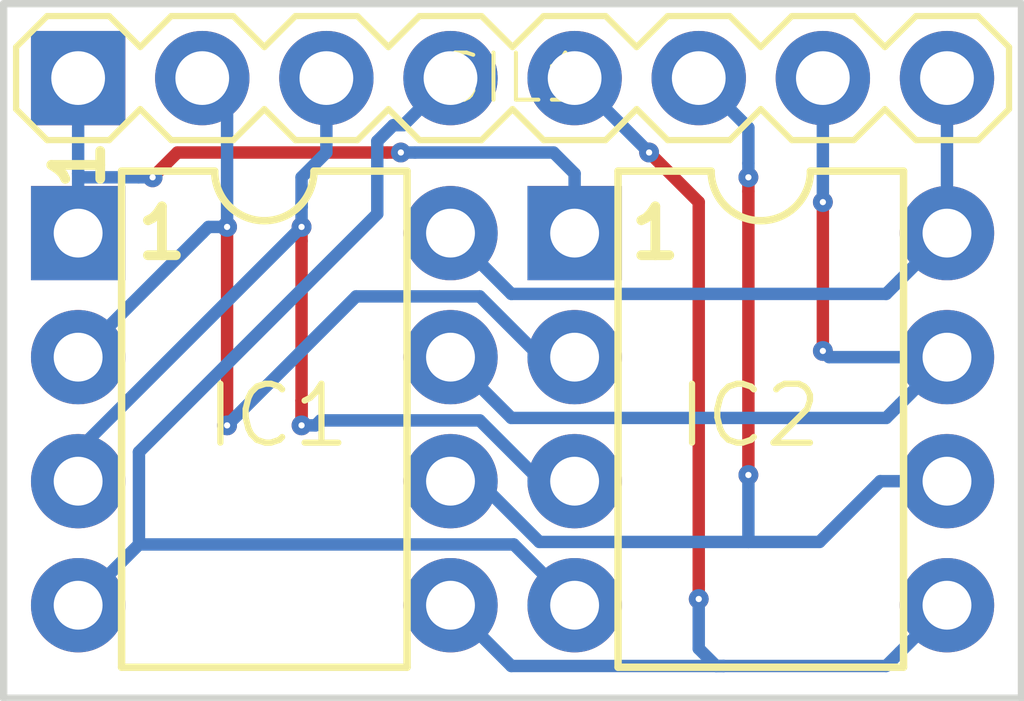
<source format=kicad_pcb>
(kicad_pcb (version 4) (host pcbnew 4.0.6-e0-6349~52~ubuntu17.04.1)

  (general
    (links 16)
    (no_connects 0)
    (area 160.960999 63.26632 181.939001 78.815001)
    (thickness 1.6)
    (drawings 4)
    (tracks 101)
    (zones 0)
    (modules 3)
    (nets 9)
  )

  (page A4)
  (layers
    (0 F.Cu signal)
    (31 B.Cu signal)
    (32 B.Adhes user)
    (33 F.Adhes user)
    (34 B.Paste user)
    (35 F.Paste user)
    (36 B.SilkS user)
    (37 F.SilkS user)
    (38 B.Mask user)
    (39 F.Mask user)
    (40 Dwgs.User user)
    (41 Cmts.User user)
    (42 Eco1.User user)
    (43 Eco2.User user)
    (44 Edge.Cuts user)
    (45 Margin user)
    (46 B.CrtYd user)
    (47 F.CrtYd user)
    (48 B.Fab user)
    (49 F.Fab user)
  )

  (setup
    (last_trace_width 0.254)
    (trace_clearance 0.1524)
    (zone_clearance 0.508)
    (zone_45_only no)
    (trace_min 0.254)
    (segment_width 0.2)
    (edge_width 0.15)
    (via_size 0.4064)
    (via_drill 0.127)
    (via_min_size 0.4064)
    (via_min_drill 0.127)
    (uvia_size 0.3)
    (uvia_drill 0.1)
    (uvias_allowed no)
    (uvia_min_size 0)
    (uvia_min_drill 0)
    (pcb_text_width 0.3)
    (pcb_text_size 1.5 1.5)
    (mod_edge_width 0.15)
    (mod_text_size 1 1)
    (mod_text_width 0.15)
    (pad_size 1.524 1.524)
    (pad_drill 0.762)
    (pad_to_mask_clearance 0.2)
    (aux_axis_origin 0 0)
    (visible_elements FFFFEF7F)
    (pcbplotparams
      (layerselection 0x00030_80000001)
      (usegerberextensions false)
      (excludeedgelayer true)
      (linewidth 0.100000)
      (plotframeref false)
      (viasonmask false)
      (mode 1)
      (useauxorigin false)
      (hpglpennumber 1)
      (hpglpenspeed 20)
      (hpglpendiameter 15)
      (hpglpenoverlay 2)
      (psnegative false)
      (psa4output false)
      (plotreference true)
      (plotvalue true)
      (plotinvisibletext false)
      (padsonsilk false)
      (subtractmaskfromsilk false)
      (outputformat 1)
      (mirror false)
      (drillshape 1)
      (scaleselection 1)
      (outputdirectory ""))
  )

  (net 0 "")
  (net 1 "Net-(IC1-Pad1)")
  (net 2 "Net-(IC1-Pad2)")
  (net 3 "Net-(IC1-Pad7)")
  (net 4 "Net-(IC1-Pad8)")
  (net 5 "Net-(IC1-Pad3)")
  (net 6 "Net-(IC1-Pad4)")
  (net 7 "Net-(IC1-Pad6)")
  (net 8 "Net-(IC1-Pad5)")

  (net_class Default "Ceci est la Netclass par défaut"
    (clearance 0.1524)
    (trace_width 0.254)
    (via_dia 0.4064)
    (via_drill 0.127)
    (uvia_dia 0.3)
    (uvia_drill 0.1)
    (add_net "Net-(IC1-Pad1)")
    (add_net "Net-(IC1-Pad2)")
    (add_net "Net-(IC1-Pad3)")
    (add_net "Net-(IC1-Pad4)")
    (add_net "Net-(IC1-Pad5)")
    (add_net "Net-(IC1-Pad6)")
    (add_net "Net-(IC1-Pad7)")
    (add_net "Net-(IC1-Pad8)")
  )

  (module headers:8-PIN (layer F.Cu) (tedit 595BD9DC) (tstamp 595BC9FF)
    (at 171.45 66.04)
    (path /595BC84F)
    (fp_text reference SIL1 (at 0 0) (layer F.SilkS)
      (effects (font (size 0.9652 0.9652) (thickness 0.08128)))
    )
    (fp_text value SIL8 (at 0 0) (layer F.SilkS) hide
      (effects (font (thickness 0.15)))
    )
    (fp_text user 1 (at -8.89 1.778 90) (layer F.SilkS)
      (effects (font (size 1 1) (thickness 0.2)))
    )
    (fp_line (start -10.16 -0.635) (end -9.525 -1.27) (layer F.SilkS) (width 0.127))
    (fp_line (start -9.525 -1.27) (end -8.255 -1.27) (layer F.SilkS) (width 0.127))
    (fp_line (start -8.255 -1.27) (end -7.62 -0.635) (layer F.SilkS) (width 0.127))
    (fp_line (start -7.62 -0.635) (end -6.985 -1.27) (layer F.SilkS) (width 0.127))
    (fp_line (start -6.985 -1.27) (end -5.715 -1.27) (layer F.SilkS) (width 0.127))
    (fp_line (start -5.715 -1.27) (end -5.08 -0.635) (layer F.SilkS) (width 0.127))
    (fp_line (start -5.08 -0.635) (end -4.445 -1.27) (layer F.SilkS) (width 0.127))
    (fp_line (start -4.445 -1.27) (end -3.175 -1.27) (layer F.SilkS) (width 0.127))
    (fp_line (start -3.175 -1.27) (end -2.54 -0.635) (layer F.SilkS) (width 0.127))
    (fp_line (start -2.54 -0.635) (end -1.905 -1.27) (layer F.SilkS) (width 0.127))
    (fp_line (start -1.905 -1.27) (end -0.635 -1.27) (layer F.SilkS) (width 0.127))
    (fp_line (start -0.635 -1.27) (end 0 -0.635) (layer F.SilkS) (width 0.127))
    (fp_line (start 0 -0.635) (end 0.635 -1.27) (layer F.SilkS) (width 0.127))
    (fp_line (start 0.635 -1.27) (end 1.905 -1.27) (layer F.SilkS) (width 0.127))
    (fp_line (start 1.905 -1.27) (end 2.54 -0.635) (layer F.SilkS) (width 0.127))
    (fp_line (start 2.54 -0.635) (end 3.175 -1.27) (layer F.SilkS) (width 0.127))
    (fp_line (start 3.175 -1.27) (end 4.445 -1.27) (layer F.SilkS) (width 0.127))
    (fp_line (start 4.445 -1.27) (end 5.08 -0.635) (layer F.SilkS) (width 0.127))
    (fp_line (start 5.08 0.635) (end 4.445 1.27) (layer F.SilkS) (width 0.127))
    (fp_line (start 4.445 1.27) (end 3.175 1.27) (layer F.SilkS) (width 0.127))
    (fp_line (start 3.175 1.27) (end 2.54 0.635) (layer F.SilkS) (width 0.127))
    (fp_line (start 2.54 0.635) (end 1.905 1.27) (layer F.SilkS) (width 0.127))
    (fp_line (start 1.905 1.27) (end 0.635 1.27) (layer F.SilkS) (width 0.127))
    (fp_line (start 0.635 1.27) (end 0 0.635) (layer F.SilkS) (width 0.127))
    (fp_line (start 0 0.635) (end -0.635 1.27) (layer F.SilkS) (width 0.127))
    (fp_line (start -0.635 1.27) (end -1.905 1.27) (layer F.SilkS) (width 0.127))
    (fp_line (start -1.905 1.27) (end -2.54 0.635) (layer F.SilkS) (width 0.127))
    (fp_line (start -2.54 0.635) (end -3.175 1.27) (layer F.SilkS) (width 0.127))
    (fp_line (start -3.175 1.27) (end -4.445 1.27) (layer F.SilkS) (width 0.127))
    (fp_line (start -4.445 1.27) (end -5.08 0.635) (layer F.SilkS) (width 0.127))
    (fp_line (start -5.08 0.635) (end -5.715 1.27) (layer F.SilkS) (width 0.127))
    (fp_line (start -5.715 1.27) (end -6.985 1.27) (layer F.SilkS) (width 0.127))
    (fp_line (start -6.985 1.27) (end -7.62 0.635) (layer F.SilkS) (width 0.127))
    (fp_line (start -7.62 0.635) (end -8.255 1.27) (layer F.SilkS) (width 0.127))
    (fp_line (start -8.255 1.27) (end -9.525 1.27) (layer F.SilkS) (width 0.127))
    (fp_line (start -9.525 1.27) (end -10.16 0.635) (layer F.SilkS) (width 0.127))
    (fp_line (start -10.16 0.635) (end -10.16 -0.635) (layer F.SilkS) (width 0.127))
    (fp_line (start 10.16 -0.635) (end 10.16 0.635) (layer F.SilkS) (width 0.127))
    (fp_line (start 9.525 -1.27) (end 10.16 -0.635) (layer F.SilkS) (width 0.127))
    (fp_line (start 10.16 0.635) (end 9.525 1.27) (layer F.SilkS) (width 0.127))
    (fp_line (start 9.525 1.27) (end 8.255 1.27) (layer F.SilkS) (width 0.127))
    (fp_line (start 8.255 1.27) (end 7.62 0.635) (layer F.SilkS) (width 0.127))
    (fp_line (start 7.62 0.635) (end 6.985 1.27) (layer F.SilkS) (width 0.127))
    (fp_line (start 6.985 1.27) (end 5.715 1.27) (layer F.SilkS) (width 0.127))
    (fp_line (start 5.715 1.27) (end 5.08 0.635) (layer F.SilkS) (width 0.127))
    (fp_line (start 5.08 -0.635) (end 5.715 -1.27) (layer F.SilkS) (width 0.127))
    (fp_line (start 7.62 -0.635) (end 8.255 -1.27) (layer F.SilkS) (width 0.127))
    (fp_line (start 6.985 -1.27) (end 7.62 -0.635) (layer F.SilkS) (width 0.127))
    (fp_line (start 5.715 -1.27) (end 6.985 -1.27) (layer F.SilkS) (width 0.127))
    (fp_line (start 8.255 -1.27) (end 9.525 -1.27) (layer F.SilkS) (width 0.127))
    (pad 1 thru_hole rect (at -8.89 0) (size 1.9304 1.9304) (drill 1.1) (layers *.Cu *.Mask)
      (net 1 "Net-(IC1-Pad1)"))
    (pad 2 thru_hole circle (at -6.35 0) (size 1.9304 1.9304) (drill 1.1) (layers *.Cu *.Mask)
      (net 2 "Net-(IC1-Pad2)"))
    (pad 3 thru_hole circle (at -3.81 0) (size 1.9304 1.9304) (drill 1.1) (layers *.Cu *.Mask)
      (net 5 "Net-(IC1-Pad3)"))
    (pad 4 thru_hole circle (at -1.27 0) (size 1.9304 1.9304) (drill 1.1) (layers *.Cu *.Mask)
      (net 6 "Net-(IC1-Pad4)"))
    (pad 5 thru_hole circle (at 1.27 0) (size 1.9304 1.9304) (drill 1.1) (layers *.Cu *.Mask)
      (net 8 "Net-(IC1-Pad5)"))
    (pad 6 thru_hole circle (at 3.81 0) (size 1.9304 1.9304) (drill 1.1) (layers *.Cu *.Mask)
      (net 7 "Net-(IC1-Pad6)"))
    (pad 7 thru_hole circle (at 6.35 0) (size 1.9304 1.9304) (drill 1.1) (layers *.Cu *.Mask)
      (net 3 "Net-(IC1-Pad7)"))
    (pad 8 thru_hole circle (at 8.89 0) (size 1.9304 1.9304) (drill 1.1) (layers *.Cu *.Mask)
      (net 4 "Net-(IC1-Pad8)"))
  )

  (module "Madbean 40xx-2:DIL08" (layer F.Cu) (tedit 595BD9B7) (tstamp 595BC9F3)
    (at 176.53 73.025 270)
    (descr "<b>Dual In Line Package</b>")
    (path /595BCB63)
    (fp_text reference IC2 (at 0.635 1.778 360) (layer F.SilkS)
      (effects (font (size 1.2065 1.2065) (thickness 0.127)) (justify left bottom))
    )
    (fp_text value TL072 (at 0 0 270) (layer F.SilkS) hide
      (effects (font (size 1.2065 1.2065) (thickness 0.127)) (justify left bottom))
    )
    (fp_text user 1 (at -3.81 2.159 360) (layer F.SilkS)
      (effects (font (size 1 1) (thickness 0.2)))
    )
    (fp_line (start 5.08 -2.921) (end -5.08 -2.921) (layer F.SilkS) (width 0.1524))
    (fp_line (start -5.08 2.921) (end 5.08 2.921) (layer F.SilkS) (width 0.1524))
    (fp_line (start 5.08 -2.921) (end 5.08 2.921) (layer F.SilkS) (width 0.1524))
    (fp_line (start -5.08 -2.921) (end -5.08 -1.016) (layer F.SilkS) (width 0.1524))
    (fp_line (start -5.08 2.921) (end -5.08 1.016) (layer F.SilkS) (width 0.1524))
    (fp_arc (start -5.08 0) (end -5.08 -1.016) (angle 180) (layer F.SilkS) (width 0.1524))
    (pad 1 thru_hole rect (at -3.81 3.81) (size 1.9304 1.9304) (drill 1) (layers *.Cu *.Mask)
      (net 1 "Net-(IC1-Pad1)"))
    (pad 2 thru_hole circle (at -1.27 3.81) (size 1.9304 1.9304) (drill 1) (layers *.Cu *.Mask)
      (net 2 "Net-(IC1-Pad2)"))
    (pad 7 thru_hole circle (at -1.27 -3.81) (size 1.9304 1.9304) (drill 1) (layers *.Cu *.Mask)
      (net 3 "Net-(IC1-Pad7)"))
    (pad 8 thru_hole circle (at -3.81 -3.81) (size 1.9304 1.9304) (drill 1) (layers *.Cu *.Mask)
      (net 4 "Net-(IC1-Pad8)"))
    (pad 3 thru_hole circle (at 1.27 3.81) (size 1.9304 1.9304) (drill 1) (layers *.Cu *.Mask)
      (net 5 "Net-(IC1-Pad3)"))
    (pad 4 thru_hole circle (at 3.81 3.81) (size 1.9304 1.9304) (drill 1) (layers *.Cu *.Mask)
      (net 6 "Net-(IC1-Pad4)"))
    (pad 6 thru_hole circle (at 1.27 -3.81) (size 1.9304 1.9304) (drill 1) (layers *.Cu *.Mask)
      (net 7 "Net-(IC1-Pad6)"))
    (pad 5 thru_hole circle (at 3.81 -3.81) (size 1.9304 1.9304) (drill 1) (layers *.Cu *.Mask)
      (net 8 "Net-(IC1-Pad5)"))
  )

  (module "Madbean 40xx-2:DIL08" (layer F.Cu) (tedit 595BD9A2) (tstamp 595BC9E7)
    (at 166.37 73.025 270)
    (descr "<b>Dual In Line Package</b>")
    (path /595BC84D)
    (fp_text reference IC1 (at 0.635 1.27 360) (layer F.SilkS)
      (effects (font (size 1.2065 1.2065) (thickness 0.127)) (justify left bottom))
    )
    (fp_text value TL072 (at 0 0 270) (layer F.SilkS) hide
      (effects (font (size 1.2065 1.2065) (thickness 0.127)) (justify left bottom))
    )
    (fp_text user 1 (at -3.81 2.0955 360) (layer F.SilkS)
      (effects (font (size 1 1) (thickness 0.2)))
    )
    (fp_line (start 5.08 -2.921) (end -5.08 -2.921) (layer F.SilkS) (width 0.1524))
    (fp_line (start -5.08 2.921) (end 5.08 2.921) (layer F.SilkS) (width 0.1524))
    (fp_line (start 5.08 -2.921) (end 5.08 2.921) (layer F.SilkS) (width 0.1524))
    (fp_line (start -5.08 -2.921) (end -5.08 -1.016) (layer F.SilkS) (width 0.1524))
    (fp_line (start -5.08 2.921) (end -5.08 1.016) (layer F.SilkS) (width 0.1524))
    (fp_arc (start -5.08 0) (end -5.08 -1.016) (angle 180) (layer F.SilkS) (width 0.1524))
    (pad 1 thru_hole rect (at -3.81 3.81) (size 1.9304 1.9304) (drill 1) (layers *.Cu *.Mask)
      (net 1 "Net-(IC1-Pad1)"))
    (pad 2 thru_hole circle (at -1.27 3.81) (size 1.9304 1.9304) (drill 1) (layers *.Cu *.Mask)
      (net 2 "Net-(IC1-Pad2)"))
    (pad 7 thru_hole circle (at -1.27 -3.81) (size 1.9304 1.9304) (drill 1) (layers *.Cu *.Mask)
      (net 3 "Net-(IC1-Pad7)"))
    (pad 8 thru_hole circle (at -3.81 -3.81) (size 1.9304 1.9304) (drill 1) (layers *.Cu *.Mask)
      (net 4 "Net-(IC1-Pad8)"))
    (pad 3 thru_hole circle (at 1.27 3.81) (size 1.9304 1.9304) (drill 1) (layers *.Cu *.Mask)
      (net 5 "Net-(IC1-Pad3)"))
    (pad 4 thru_hole circle (at 3.81 3.81) (size 1.9304 1.9304) (drill 1) (layers *.Cu *.Mask)
      (net 6 "Net-(IC1-Pad4)"))
    (pad 6 thru_hole circle (at 1.27 -3.81) (size 1.9304 1.9304) (drill 1) (layers *.Cu *.Mask)
      (net 7 "Net-(IC1-Pad6)"))
    (pad 5 thru_hole circle (at 3.81 -3.81) (size 1.9304 1.9304) (drill 1) (layers *.Cu *.Mask)
      (net 8 "Net-(IC1-Pad5)"))
  )

  (gr_line (start 161.036 78.74) (end 161.036 64.516) (angle 90) (layer Edge.Cuts) (width 0.15))
  (gr_line (start 181.864 78.74) (end 161.036 78.74) (angle 90) (layer Edge.Cuts) (width 0.15))
  (gr_line (start 181.864 64.516) (end 181.864 78.74) (angle 90) (layer Edge.Cuts) (width 0.15))
  (gr_line (start 161.036 64.516) (end 181.864 64.516) (angle 90) (layer Edge.Cuts) (width 0.15))

  (segment (start 164.592 67.564) (end 168.876632 67.564) (width 0.254) (layer F.Cu) (net 1))
  (segment (start 172.2882 67.564) (end 169.451368 67.564) (width 0.254) (layer B.Cu) (net 1))
  (segment (start 169.451368 67.564) (end 169.164 67.564) (width 0.254) (layer B.Cu) (net 1))
  (segment (start 172.72 67.9958) (end 172.2882 67.564) (width 0.254) (layer B.Cu) (net 1))
  (segment (start 172.72 69.215) (end 172.72 67.9958) (width 0.254) (layer B.Cu) (net 1))
  (segment (start 168.876632 67.564) (end 169.164 67.564) (width 0.254) (layer F.Cu) (net 1))
  (segment (start 164.084 68.072) (end 164.592 67.564) (width 0.254) (layer F.Cu) (net 1))
  (via (at 169.164 67.564) (size 0.4064) (drill 0.127) (layers F.Cu B.Cu) (net 1))
  (segment (start 162.6362 68.072) (end 163.796632 68.072) (width 0.254) (layer B.Cu) (net 1))
  (segment (start 162.56 67.9958) (end 162.6362 68.072) (width 0.254) (layer B.Cu) (net 1))
  (segment (start 163.796632 68.072) (end 164.084 68.072) (width 0.254) (layer B.Cu) (net 1))
  (segment (start 162.56 69.215) (end 162.56 67.9958) (width 0.254) (layer B.Cu) (net 1))
  (via (at 164.084 68.072) (size 0.4064) (drill 0.127) (layers F.Cu B.Cu) (net 1))
  (segment (start 162.56 67.9958) (end 162.56 66.04) (width 0.254) (layer B.Cu) (net 1))
  (segment (start 165.608 69.088) (end 165.608 66.548) (width 0.254) (layer B.Cu) (net 2))
  (segment (start 165.608 66.548) (end 165.1 66.04) (width 0.254) (layer B.Cu) (net 2))
  (segment (start 165.608 69.088) (end 165.227 69.088) (width 0.254) (layer B.Cu) (net 2))
  (segment (start 165.227 69.088) (end 165.1 69.215) (width 0.254) (layer B.Cu) (net 2))
  (segment (start 165.811199 72.948801) (end 165.608 73.152) (width 0.254) (layer B.Cu) (net 2))
  (segment (start 168.249601 70.510399) (end 165.811199 72.948801) (width 0.254) (layer B.Cu) (net 2))
  (segment (start 170.777409 70.510399) (end 168.249601 70.510399) (width 0.254) (layer B.Cu) (net 2))
  (segment (start 172.02201 71.755) (end 170.777409 70.510399) (width 0.254) (layer B.Cu) (net 2))
  (segment (start 172.72 71.755) (end 172.02201 71.755) (width 0.254) (layer B.Cu) (net 2))
  (via (at 165.608 73.152) (size 0.4064) (drill 0.127) (layers F.Cu B.Cu) (net 2))
  (segment (start 165.608 69.088) (end 165.608 73.152) (width 0.254) (layer F.Cu) (net 2))
  (via (at 165.608 69.088) (size 0.4064) (drill 0.127) (layers F.Cu B.Cu) (net 2))
  (segment (start 162.56 71.755) (end 165.1 69.215) (width 0.254) (layer B.Cu) (net 2))
  (segment (start 180.34 71.755) (end 177.927006 71.755) (width 0.254) (layer B.Cu) (net 3))
  (segment (start 177.927006 71.755) (end 177.8 71.627994) (width 0.254) (layer B.Cu) (net 3))
  (segment (start 177.8 68.58) (end 177.8 71.627994) (width 0.254) (layer F.Cu) (net 3))
  (via (at 177.8 71.627994) (size 0.4064) (drill 0.127) (layers F.Cu B.Cu) (net 3))
  (segment (start 177.8 66.04) (end 177.8 68.58) (width 0.254) (layer B.Cu) (net 3))
  (via (at 177.8 68.58) (size 0.4064) (drill 0.127) (layers F.Cu B.Cu) (net 3))
  (segment (start 170.18 71.755) (end 171.424601 72.999601) (width 0.254) (layer B.Cu) (net 3))
  (segment (start 171.424601 72.999601) (end 179.095399 72.999601) (width 0.254) (layer B.Cu) (net 3))
  (segment (start 179.095399 72.999601) (end 179.374801 72.720199) (width 0.254) (layer B.Cu) (net 3))
  (segment (start 179.374801 72.720199) (end 180.34 71.755) (width 0.254) (layer B.Cu) (net 3))
  (segment (start 180.34 69.215) (end 180.34 66.04) (width 0.254) (layer B.Cu) (net 4))
  (segment (start 170.18 69.215) (end 171.424601 70.459601) (width 0.254) (layer B.Cu) (net 4))
  (segment (start 171.424601 70.459601) (end 179.095399 70.459601) (width 0.254) (layer B.Cu) (net 4))
  (segment (start 179.095399 70.459601) (end 179.374801 70.180199) (width 0.254) (layer B.Cu) (net 4))
  (segment (start 179.374801 70.180199) (end 180.34 69.215) (width 0.254) (layer B.Cu) (net 4))
  (segment (start 162.56 74.295) (end 162.56 73.66) (width 0.254) (layer B.Cu) (net 5))
  (segment (start 162.56 73.66) (end 167.132 69.088) (width 0.254) (layer B.Cu) (net 5))
  (segment (start 167.132 69.37535) (end 167.132 73.152) (width 0.254) (layer F.Cu) (net 5))
  (segment (start 167.132 69.087982) (end 167.132 69.37535) (width 0.254) (layer F.Cu) (net 5))
  (segment (start 167.419368 73.152) (end 167.132 73.152) (width 0.254) (layer B.Cu) (net 5))
  (segment (start 167.520969 73.050399) (end 167.419368 73.152) (width 0.254) (layer B.Cu) (net 5))
  (segment (start 170.777409 73.050399) (end 167.520969 73.050399) (width 0.254) (layer B.Cu) (net 5))
  (segment (start 172.02201 74.295) (end 170.777409 73.050399) (width 0.254) (layer B.Cu) (net 5))
  (segment (start 172.72 74.295) (end 172.02201 74.295) (width 0.254) (layer B.Cu) (net 5))
  (segment (start 167.132 72.644022) (end 167.132 73.152) (width 0.254) (layer F.Cu) (net 5))
  (via (at 167.132 73.152) (size 0.4064) (drill 0.127) (layers F.Cu B.Cu) (net 5))
  (segment (start 167.131978 72.644) (end 167.132 72.644022) (width 0.254) (layer F.Cu) (net 5))
  (segment (start 167.132 69.087982) (end 167.131984 69.087982) (width 0.254) (layer B.Cu) (net 5))
  (segment (start 167.131984 69.087982) (end 167.131984 68.68162) (width 0.254) (layer B.Cu) (net 5))
  (segment (start 167.131984 68.68162) (end 167.132 68.681604) (width 0.254) (layer B.Cu) (net 5))
  (segment (start 167.132 68.58) (end 167.132 68.681604) (width 0.254) (layer B.Cu) (net 5))
  (segment (start 167.132 68.681604) (end 167.132 68.072) (width 0.254) (layer B.Cu) (net 5))
  (segment (start 167.132 68.072) (end 167.64 67.564) (width 0.254) (layer B.Cu) (net 5))
  (segment (start 167.64 67.564) (end 167.64 66.04) (width 0.254) (layer B.Cu) (net 5))
  (via (at 167.132 69.087982) (size 0.4064) (drill 0.127) (layers F.Cu B.Cu) (net 5))
  (segment (start 168.681398 67.33235) (end 169.008549 67.005199) (width 0.254) (layer B.Cu) (net 6))
  (segment (start 163.804601 73.697591) (end 168.681398 68.820794) (width 0.254) (layer B.Cu) (net 6))
  (segment (start 163.804601 75.590399) (end 163.804601 73.697591) (width 0.254) (layer B.Cu) (net 6))
  (segment (start 168.681398 68.820794) (end 168.681398 67.33235) (width 0.254) (layer B.Cu) (net 6))
  (segment (start 169.214801 67.005199) (end 170.18 66.04) (width 0.254) (layer B.Cu) (net 6))
  (segment (start 169.008549 67.005199) (end 169.214801 67.005199) (width 0.254) (layer B.Cu) (net 6))
  (segment (start 163.804601 75.590399) (end 171.475399 75.590399) (width 0.254) (layer B.Cu) (net 6))
  (segment (start 171.475399 75.590399) (end 172.72 76.835) (width 0.254) (layer B.Cu) (net 6))
  (segment (start 162.56 76.835) (end 163.804601 75.590399) (width 0.254) (layer B.Cu) (net 6))
  (segment (start 177.730401 75.539601) (end 176.276 75.539601) (width 0.254) (layer B.Cu) (net 7))
  (segment (start 176.276 75.539601) (end 171.999351 75.539601) (width 0.254) (layer B.Cu) (net 7))
  (segment (start 176.276 74.168) (end 176.276 75.539601) (width 0.254) (layer B.Cu) (net 7))
  (segment (start 176.276 68.359368) (end 176.276 74.168) (width 0.254) (layer F.Cu) (net 7))
  (segment (start 176.276 68.072) (end 176.276 68.359368) (width 0.254) (layer F.Cu) (net 7))
  (via (at 176.276 74.168) (size 0.4064) (drill 0.127) (layers F.Cu B.Cu) (net 7))
  (segment (start 176.276 67.784632) (end 176.276 68.072) (width 0.254) (layer B.Cu) (net 7))
  (segment (start 176.276 67.056) (end 176.276 67.784632) (width 0.254) (layer B.Cu) (net 7))
  (segment (start 175.26 66.04) (end 176.276 67.056) (width 0.254) (layer B.Cu) (net 7))
  (via (at 176.276 68.072) (size 0.4064) (drill 0.127) (layers F.Cu B.Cu) (net 7))
  (segment (start 170.75475 74.295) (end 170.18 74.295) (width 0.254) (layer B.Cu) (net 7))
  (segment (start 171.999351 75.539601) (end 170.75475 74.295) (width 0.254) (layer B.Cu) (net 7))
  (segment (start 178.975002 74.295) (end 177.730401 75.539601) (width 0.254) (layer B.Cu) (net 7))
  (segment (start 180.34 74.295) (end 178.975002 74.295) (width 0.254) (layer B.Cu) (net 7))
  (segment (start 175.768 78.079601) (end 175.615601 78.079601) (width 0.254) (layer B.Cu) (net 8))
  (segment (start 175.615601 78.079601) (end 175.26 77.724) (width 0.254) (layer B.Cu) (net 8))
  (segment (start 175.26 77.724) (end 175.26 76.708012) (width 0.254) (layer B.Cu) (net 8))
  (segment (start 175.26 76.708012) (end 175.259988 76.708) (width 0.254) (layer B.Cu) (net 8))
  (segment (start 175.259988 76.420632) (end 175.259988 76.708) (width 0.254) (layer F.Cu) (net 8))
  (segment (start 175.259988 68.58) (end 175.259988 76.420632) (width 0.254) (layer F.Cu) (net 8))
  (segment (start 174.244 67.564012) (end 175.259988 68.58) (width 0.254) (layer F.Cu) (net 8))
  (via (at 175.259988 76.708) (size 0.4064) (drill 0.127) (layers F.Cu B.Cu) (net 8))
  (segment (start 172.72 66.04) (end 174.244 67.564) (width 0.254) (layer B.Cu) (net 8))
  (segment (start 174.244 67.564) (end 174.244 67.564012) (width 0.254) (layer B.Cu) (net 8))
  (via (at 174.244 67.564012) (size 0.4064) (drill 0.127) (layers F.Cu B.Cu) (net 8))
  (segment (start 175.768 78.079601) (end 179.095399 78.079601) (width 0.254) (layer B.Cu) (net 8))
  (segment (start 171.424601 78.079601) (end 175.768 78.079601) (width 0.254) (layer B.Cu) (net 8))
  (segment (start 170.18 76.835) (end 171.424601 78.079601) (width 0.254) (layer B.Cu) (net 8))
  (segment (start 179.095399 78.079601) (end 179.374801 77.800199) (width 0.254) (layer B.Cu) (net 8))
  (segment (start 179.374801 77.800199) (end 180.34 76.835) (width 0.254) (layer B.Cu) (net 8))

)

</source>
